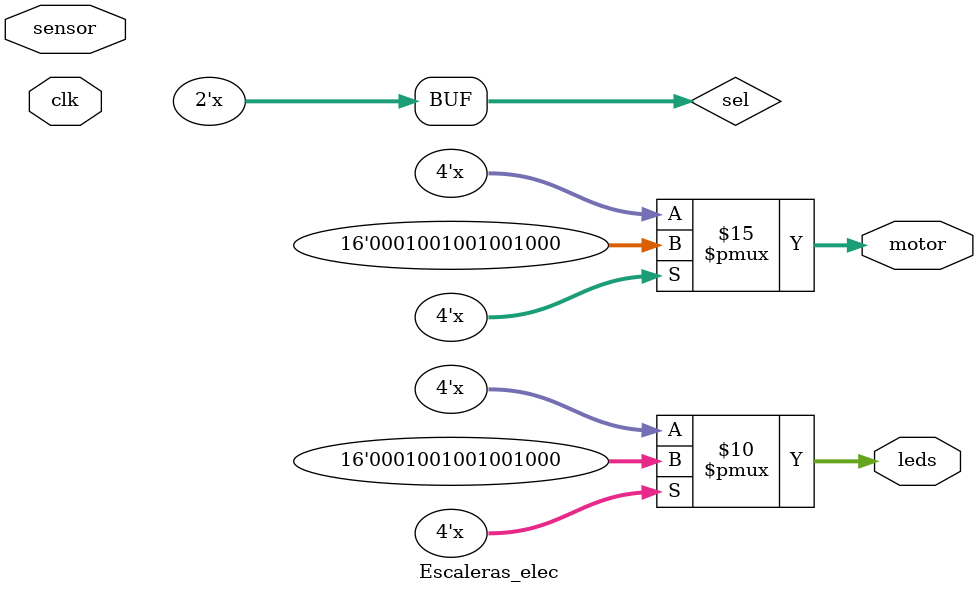
<source format=v>
`timescale 1ns / 1ps

module Escaleras_elec(
	clk,
	motor,
	sensor,
	leds
    );

input wire clk;
input wire sensor;
output reg [3:0] motor;
output reg [3:0] leds;

parameter frec = 50000000;
parameter frec_out = 4;
parameter max_count = frec/(2*frec_out);

reg clk_out;
reg [1:0] sel;
reg [22:0] count;

always@(posedge clk) begin

	if(count ==(max_count)) begin
	clk_out = ~clk_out;
	count = 0;
	end

	else begin
	count = count + 1;
	end
end

always@(clk_out) begin

	if(clk_out && clk_out == 1) begin
	sel = sel + 1'b1;
	end

end

always@(sel) begin
case(sel)
	2'b00 : begin motor = 4'b0001; leds = 4'b0001; end //1
	2'b01 : begin motor = 4'b0010; leds = 4'b0010; end
	2'b10 : begin motor = 4'b0100; leds = 4'b0100; end
	2'b11 : begin motor = 4'b1000; leds = 4'b1000; end
	default : begin motor = 4'b0000; leds = 4'b1000; end
endcase
end



endmodule

</source>
